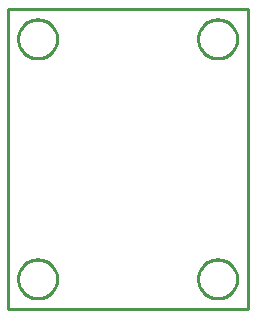
<source format=gbr>
G04 EAGLE Gerber RS-274X export*
G75*
%MOMM*%
%FSLAX34Y34*%
%LPD*%
%IN*%
%IPPOS*%
%AMOC8*
5,1,8,0,0,1.08239X$1,22.5*%
G01*
%ADD10C,0.254000*%


D10*
X0Y0D02*
X203200Y0D01*
X203200Y254000D01*
X0Y254000D01*
X0Y0D01*
X41910Y228060D02*
X41839Y226981D01*
X41698Y225909D01*
X41487Y224849D01*
X41208Y223805D01*
X40860Y222781D01*
X40446Y221783D01*
X39968Y220813D01*
X39428Y219877D01*
X38827Y218978D01*
X38169Y218121D01*
X37457Y217308D01*
X36692Y216544D01*
X35879Y215831D01*
X35022Y215173D01*
X34123Y214572D01*
X33187Y214032D01*
X32217Y213554D01*
X31219Y213140D01*
X30195Y212792D01*
X29151Y212513D01*
X28091Y212302D01*
X27019Y212161D01*
X25940Y212090D01*
X24860Y212090D01*
X23781Y212161D01*
X22709Y212302D01*
X21649Y212513D01*
X20605Y212792D01*
X19581Y213140D01*
X18583Y213554D01*
X17613Y214032D01*
X16677Y214572D01*
X15778Y215173D01*
X14921Y215831D01*
X14108Y216544D01*
X13344Y217308D01*
X12631Y218121D01*
X11973Y218978D01*
X11372Y219877D01*
X10832Y220813D01*
X10354Y221783D01*
X9940Y222781D01*
X9592Y223805D01*
X9313Y224849D01*
X9102Y225909D01*
X8961Y226981D01*
X8890Y228060D01*
X8890Y229140D01*
X8961Y230219D01*
X9102Y231291D01*
X9313Y232351D01*
X9592Y233395D01*
X9940Y234419D01*
X10354Y235417D01*
X10832Y236387D01*
X11372Y237323D01*
X11973Y238222D01*
X12631Y239079D01*
X13344Y239892D01*
X14108Y240657D01*
X14921Y241369D01*
X15778Y242027D01*
X16677Y242628D01*
X17613Y243168D01*
X18583Y243646D01*
X19581Y244060D01*
X20605Y244408D01*
X21649Y244687D01*
X22709Y244898D01*
X23781Y245039D01*
X24860Y245110D01*
X25940Y245110D01*
X27019Y245039D01*
X28091Y244898D01*
X29151Y244687D01*
X30195Y244408D01*
X31219Y244060D01*
X32217Y243646D01*
X33187Y243168D01*
X34123Y242628D01*
X35022Y242027D01*
X35879Y241369D01*
X36692Y240657D01*
X37457Y239892D01*
X38169Y239079D01*
X38827Y238222D01*
X39428Y237323D01*
X39968Y236387D01*
X40446Y235417D01*
X40860Y234419D01*
X41208Y233395D01*
X41487Y232351D01*
X41698Y231291D01*
X41839Y230219D01*
X41910Y229140D01*
X41910Y228060D01*
X41910Y24860D02*
X41839Y23781D01*
X41698Y22709D01*
X41487Y21649D01*
X41208Y20605D01*
X40860Y19581D01*
X40446Y18583D01*
X39968Y17613D01*
X39428Y16677D01*
X38827Y15778D01*
X38169Y14921D01*
X37457Y14108D01*
X36692Y13344D01*
X35879Y12631D01*
X35022Y11973D01*
X34123Y11372D01*
X33187Y10832D01*
X32217Y10354D01*
X31219Y9940D01*
X30195Y9592D01*
X29151Y9313D01*
X28091Y9102D01*
X27019Y8961D01*
X25940Y8890D01*
X24860Y8890D01*
X23781Y8961D01*
X22709Y9102D01*
X21649Y9313D01*
X20605Y9592D01*
X19581Y9940D01*
X18583Y10354D01*
X17613Y10832D01*
X16677Y11372D01*
X15778Y11973D01*
X14921Y12631D01*
X14108Y13344D01*
X13344Y14108D01*
X12631Y14921D01*
X11973Y15778D01*
X11372Y16677D01*
X10832Y17613D01*
X10354Y18583D01*
X9940Y19581D01*
X9592Y20605D01*
X9313Y21649D01*
X9102Y22709D01*
X8961Y23781D01*
X8890Y24860D01*
X8890Y25940D01*
X8961Y27019D01*
X9102Y28091D01*
X9313Y29151D01*
X9592Y30195D01*
X9940Y31219D01*
X10354Y32217D01*
X10832Y33187D01*
X11372Y34123D01*
X11973Y35022D01*
X12631Y35879D01*
X13344Y36692D01*
X14108Y37457D01*
X14921Y38169D01*
X15778Y38827D01*
X16677Y39428D01*
X17613Y39968D01*
X18583Y40446D01*
X19581Y40860D01*
X20605Y41208D01*
X21649Y41487D01*
X22709Y41698D01*
X23781Y41839D01*
X24860Y41910D01*
X25940Y41910D01*
X27019Y41839D01*
X28091Y41698D01*
X29151Y41487D01*
X30195Y41208D01*
X31219Y40860D01*
X32217Y40446D01*
X33187Y39968D01*
X34123Y39428D01*
X35022Y38827D01*
X35879Y38169D01*
X36692Y37457D01*
X37457Y36692D01*
X38169Y35879D01*
X38827Y35022D01*
X39428Y34123D01*
X39968Y33187D01*
X40446Y32217D01*
X40860Y31219D01*
X41208Y30195D01*
X41487Y29151D01*
X41698Y28091D01*
X41839Y27019D01*
X41910Y25940D01*
X41910Y24860D01*
X194310Y228060D02*
X194239Y226981D01*
X194098Y225909D01*
X193887Y224849D01*
X193608Y223805D01*
X193260Y222781D01*
X192846Y221783D01*
X192368Y220813D01*
X191828Y219877D01*
X191227Y218978D01*
X190569Y218121D01*
X189857Y217308D01*
X189092Y216544D01*
X188279Y215831D01*
X187422Y215173D01*
X186523Y214572D01*
X185587Y214032D01*
X184617Y213554D01*
X183619Y213140D01*
X182595Y212792D01*
X181551Y212513D01*
X180491Y212302D01*
X179419Y212161D01*
X178340Y212090D01*
X177260Y212090D01*
X176181Y212161D01*
X175109Y212302D01*
X174049Y212513D01*
X173005Y212792D01*
X171981Y213140D01*
X170983Y213554D01*
X170013Y214032D01*
X169077Y214572D01*
X168178Y215173D01*
X167321Y215831D01*
X166508Y216544D01*
X165744Y217308D01*
X165031Y218121D01*
X164373Y218978D01*
X163772Y219877D01*
X163232Y220813D01*
X162754Y221783D01*
X162340Y222781D01*
X161992Y223805D01*
X161713Y224849D01*
X161502Y225909D01*
X161361Y226981D01*
X161290Y228060D01*
X161290Y229140D01*
X161361Y230219D01*
X161502Y231291D01*
X161713Y232351D01*
X161992Y233395D01*
X162340Y234419D01*
X162754Y235417D01*
X163232Y236387D01*
X163772Y237323D01*
X164373Y238222D01*
X165031Y239079D01*
X165744Y239892D01*
X166508Y240657D01*
X167321Y241369D01*
X168178Y242027D01*
X169077Y242628D01*
X170013Y243168D01*
X170983Y243646D01*
X171981Y244060D01*
X173005Y244408D01*
X174049Y244687D01*
X175109Y244898D01*
X176181Y245039D01*
X177260Y245110D01*
X178340Y245110D01*
X179419Y245039D01*
X180491Y244898D01*
X181551Y244687D01*
X182595Y244408D01*
X183619Y244060D01*
X184617Y243646D01*
X185587Y243168D01*
X186523Y242628D01*
X187422Y242027D01*
X188279Y241369D01*
X189092Y240657D01*
X189857Y239892D01*
X190569Y239079D01*
X191227Y238222D01*
X191828Y237323D01*
X192368Y236387D01*
X192846Y235417D01*
X193260Y234419D01*
X193608Y233395D01*
X193887Y232351D01*
X194098Y231291D01*
X194239Y230219D01*
X194310Y229140D01*
X194310Y228060D01*
X194310Y24860D02*
X194239Y23781D01*
X194098Y22709D01*
X193887Y21649D01*
X193608Y20605D01*
X193260Y19581D01*
X192846Y18583D01*
X192368Y17613D01*
X191828Y16677D01*
X191227Y15778D01*
X190569Y14921D01*
X189857Y14108D01*
X189092Y13344D01*
X188279Y12631D01*
X187422Y11973D01*
X186523Y11372D01*
X185587Y10832D01*
X184617Y10354D01*
X183619Y9940D01*
X182595Y9592D01*
X181551Y9313D01*
X180491Y9102D01*
X179419Y8961D01*
X178340Y8890D01*
X177260Y8890D01*
X176181Y8961D01*
X175109Y9102D01*
X174049Y9313D01*
X173005Y9592D01*
X171981Y9940D01*
X170983Y10354D01*
X170013Y10832D01*
X169077Y11372D01*
X168178Y11973D01*
X167321Y12631D01*
X166508Y13344D01*
X165744Y14108D01*
X165031Y14921D01*
X164373Y15778D01*
X163772Y16677D01*
X163232Y17613D01*
X162754Y18583D01*
X162340Y19581D01*
X161992Y20605D01*
X161713Y21649D01*
X161502Y22709D01*
X161361Y23781D01*
X161290Y24860D01*
X161290Y25940D01*
X161361Y27019D01*
X161502Y28091D01*
X161713Y29151D01*
X161992Y30195D01*
X162340Y31219D01*
X162754Y32217D01*
X163232Y33187D01*
X163772Y34123D01*
X164373Y35022D01*
X165031Y35879D01*
X165744Y36692D01*
X166508Y37457D01*
X167321Y38169D01*
X168178Y38827D01*
X169077Y39428D01*
X170013Y39968D01*
X170983Y40446D01*
X171981Y40860D01*
X173005Y41208D01*
X174049Y41487D01*
X175109Y41698D01*
X176181Y41839D01*
X177260Y41910D01*
X178340Y41910D01*
X179419Y41839D01*
X180491Y41698D01*
X181551Y41487D01*
X182595Y41208D01*
X183619Y40860D01*
X184617Y40446D01*
X185587Y39968D01*
X186523Y39428D01*
X187422Y38827D01*
X188279Y38169D01*
X189092Y37457D01*
X189857Y36692D01*
X190569Y35879D01*
X191227Y35022D01*
X191828Y34123D01*
X192368Y33187D01*
X192846Y32217D01*
X193260Y31219D01*
X193608Y30195D01*
X193887Y29151D01*
X194098Y28091D01*
X194239Y27019D01*
X194310Y25940D01*
X194310Y24860D01*
M02*

</source>
